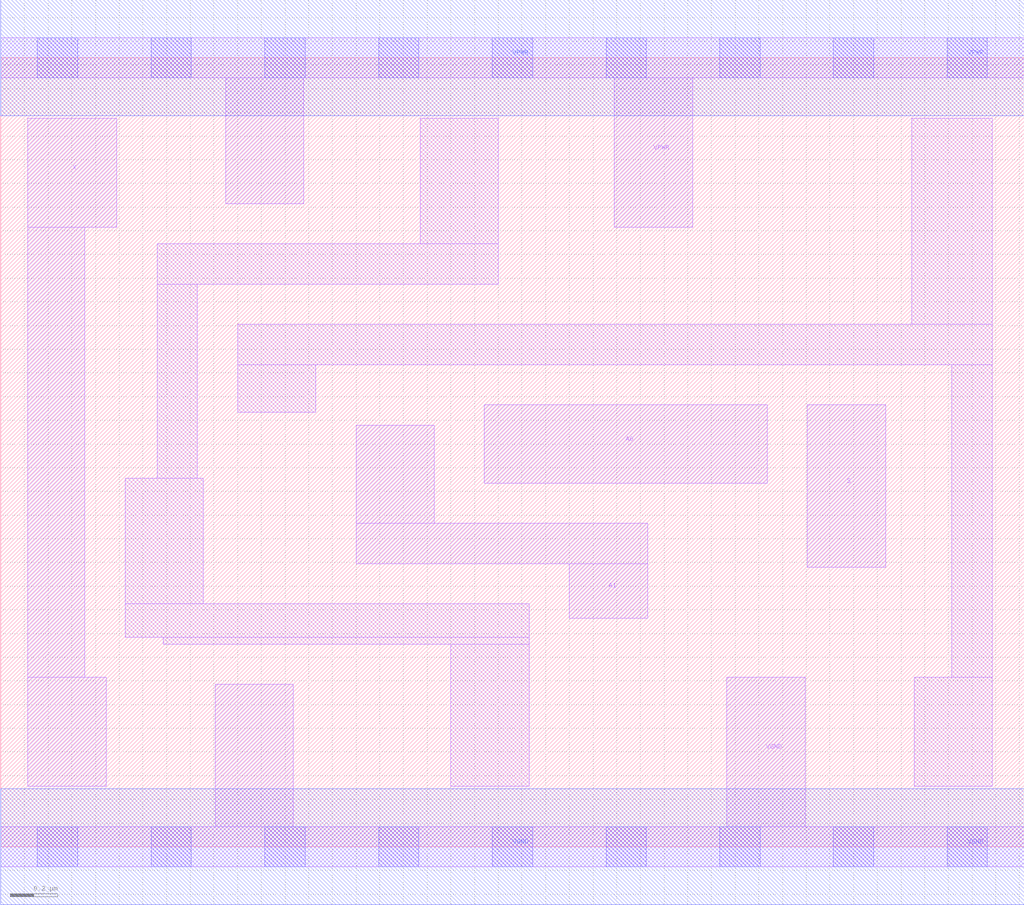
<source format=lef>
# Copyright 2020 The SkyWater PDK Authors
#
# Licensed under the Apache License, Version 2.0 (the "License");
# you may not use this file except in compliance with the License.
# You may obtain a copy of the License at
#
#     https://www.apache.org/licenses/LICENSE-2.0
#
# Unless required by applicable law or agreed to in writing, software
# distributed under the License is distributed on an "AS IS" BASIS,
# WITHOUT WARRANTIES OR CONDITIONS OF ANY KIND, either express or implied.
# See the License for the specific language governing permissions and
# limitations under the License.
#
# SPDX-License-Identifier: Apache-2.0

VERSION 5.7 ;
  NAMESCASESENSITIVE ON ;
  NOWIREEXTENSIONATPIN ON ;
  DIVIDERCHAR "/" ;
  BUSBITCHARS "[]" ;
UNITS
  DATABASE MICRONS 200 ;
END UNITS
MACRO sky130_fd_sc_lp__mux2_lp
  CLASS CORE ;
  SOURCE USER ;
  FOREIGN sky130_fd_sc_lp__mux2_lp ;
  ORIGIN  0.000000  0.000000 ;
  SIZE  4.320000 BY  3.330000 ;
  SYMMETRY X Y R90 ;
  SITE unit ;
  PIN A0
    ANTENNAGATEAREA  0.126000 ;
    DIRECTION INPUT ;
    USE SIGNAL ;
    PORT
      LAYER li1 ;
        RECT 2.040000 1.535000 3.235000 1.865000 ;
    END
  END A0
  PIN A1
    ANTENNAGATEAREA  0.126000 ;
    DIRECTION INPUT ;
    USE SIGNAL ;
    PORT
      LAYER li1 ;
        RECT 1.500000 1.195000 2.730000 1.365000 ;
        RECT 1.500000 1.365000 1.830000 1.780000 ;
        RECT 2.400000 0.965000 2.730000 1.195000 ;
    END
  END A1
  PIN S
    ANTENNAGATEAREA  0.378000 ;
    DIRECTION INPUT ;
    USE SIGNAL ;
    PORT
      LAYER li1 ;
        RECT 3.405000 1.180000 3.735000 1.865000 ;
    END
  END S
  PIN X
    ANTENNADIFFAREA  0.239400 ;
    DIRECTION OUTPUT ;
    USE SIGNAL ;
    PORT
      LAYER li1 ;
        RECT 0.115000 0.255000 0.445000 0.715000 ;
        RECT 0.115000 0.715000 0.355000 2.615000 ;
        RECT 0.115000 2.615000 0.490000 3.075000 ;
    END
  END X
  PIN VGND
    DIRECTION INOUT ;
    USE GROUND ;
    PORT
      LAYER li1 ;
        RECT 0.000000 -0.085000 4.320000 0.085000 ;
        RECT 0.905000  0.085000 1.235000 0.685000 ;
        RECT 3.065000  0.085000 3.395000 0.715000 ;
      LAYER mcon ;
        RECT 0.155000 -0.085000 0.325000 0.085000 ;
        RECT 0.635000 -0.085000 0.805000 0.085000 ;
        RECT 1.115000 -0.085000 1.285000 0.085000 ;
        RECT 1.595000 -0.085000 1.765000 0.085000 ;
        RECT 2.075000 -0.085000 2.245000 0.085000 ;
        RECT 2.555000 -0.085000 2.725000 0.085000 ;
        RECT 3.035000 -0.085000 3.205000 0.085000 ;
        RECT 3.515000 -0.085000 3.685000 0.085000 ;
        RECT 3.995000 -0.085000 4.165000 0.085000 ;
      LAYER met1 ;
        RECT 0.000000 -0.245000 4.320000 0.245000 ;
    END
  END VGND
  PIN VPWR
    DIRECTION INOUT ;
    USE POWER ;
    PORT
      LAYER li1 ;
        RECT 0.000000 3.245000 4.320000 3.415000 ;
        RECT 0.950000 2.715000 1.280000 3.245000 ;
        RECT 2.590000 2.615000 2.920000 3.245000 ;
      LAYER mcon ;
        RECT 0.155000 3.245000 0.325000 3.415000 ;
        RECT 0.635000 3.245000 0.805000 3.415000 ;
        RECT 1.115000 3.245000 1.285000 3.415000 ;
        RECT 1.595000 3.245000 1.765000 3.415000 ;
        RECT 2.075000 3.245000 2.245000 3.415000 ;
        RECT 2.555000 3.245000 2.725000 3.415000 ;
        RECT 3.035000 3.245000 3.205000 3.415000 ;
        RECT 3.515000 3.245000 3.685000 3.415000 ;
        RECT 3.995000 3.245000 4.165000 3.415000 ;
      LAYER met1 ;
        RECT 0.000000 3.085000 4.320000 3.575000 ;
    END
  END VPWR
  OBS
    LAYER li1 ;
      RECT 0.525000 0.885000 2.230000 1.025000 ;
      RECT 0.525000 1.025000 0.855000 1.555000 ;
      RECT 0.660000 1.555000 0.830000 2.375000 ;
      RECT 0.660000 2.375000 2.100000 2.545000 ;
      RECT 0.685000 0.855000 2.230000 0.885000 ;
      RECT 1.000000 1.835000 1.330000 2.035000 ;
      RECT 1.000000 2.035000 4.185000 2.205000 ;
      RECT 1.770000 2.545000 2.100000 3.075000 ;
      RECT 1.900000 0.255000 2.230000 0.855000 ;
      RECT 3.845000 2.205000 4.185000 3.075000 ;
      RECT 3.855000 0.255000 4.185000 0.715000 ;
      RECT 4.015000 0.715000 4.185000 2.035000 ;
  END
END sky130_fd_sc_lp__mux2_lp

</source>
